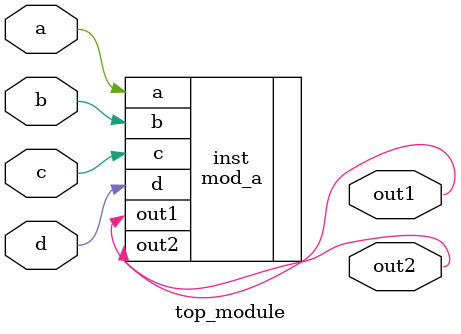
<source format=v>
module top_module ( 
    input a, 
    input b, 
    input c,
    input d,
    output out1,
    output out2
);
    // Instantiate mod_a
    mod_a inst (
        .out1(out1),
        .out2(out2),
        .a(a),
        .b(b),
        .c(c),
        .d(d)
    );
endmodule
</source>
